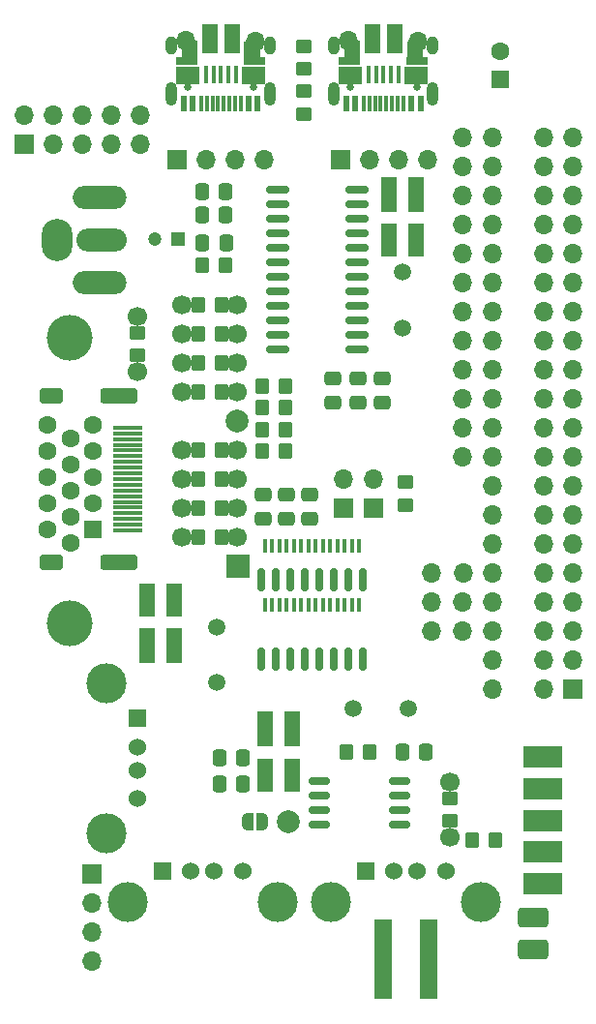
<source format=gts>
G04 #@! TF.GenerationSoftware,KiCad,Pcbnew,6.0.11-2627ca5db0~126~ubuntu20.04.1*
G04 #@! TF.CreationDate,2023-10-28T22:46:29+05:00*
G04 #@! TF.ProjectId,33EJU23,3333454a-5532-4332-9e6b-696361645f70,rev?*
G04 #@! TF.SameCoordinates,Original*
G04 #@! TF.FileFunction,Soldermask,Top*
G04 #@! TF.FilePolarity,Negative*
%FSLAX46Y46*%
G04 Gerber Fmt 4.6, Leading zero omitted, Abs format (unit mm)*
G04 Created by KiCad (PCBNEW 6.0.11-2627ca5db0~126~ubuntu20.04.1) date 2023-10-28 22:46:29*
%MOMM*%
%LPD*%
G01*
G04 APERTURE LIST*
G04 Aperture macros list*
%AMRoundRect*
0 Rectangle with rounded corners*
0 $1 Rounding radius*
0 $2 $3 $4 $5 $6 $7 $8 $9 X,Y pos of 4 corners*
0 Add a 4 corners polygon primitive as box body*
4,1,4,$2,$3,$4,$5,$6,$7,$8,$9,$2,$3,0*
0 Add four circle primitives for the rounded corners*
1,1,$1+$1,$2,$3*
1,1,$1+$1,$4,$5*
1,1,$1+$1,$6,$7*
1,1,$1+$1,$8,$9*
0 Add four rect primitives between the rounded corners*
20,1,$1+$1,$2,$3,$4,$5,0*
20,1,$1+$1,$4,$5,$6,$7,0*
20,1,$1+$1,$6,$7,$8,$9,0*
20,1,$1+$1,$8,$9,$2,$3,0*%
%AMOutline4P*
0 Free polygon, 4 corners , with rotation*
0 The origin of the aperture is its center*
0 number of corners: always 4*
0 $1 to $8 corner X, Y*
0 $9 Rotation angle, in degrees counterclockwise*
0 create outline with 4 corners*
4,1,4,$1,$2,$3,$4,$5,$6,$7,$8,$1,$2,$9*%
%AMFreePoly0*
4,1,22,0.500000,-0.750000,0.000000,-0.750000,0.000000,-0.745033,-0.079941,-0.743568,-0.215256,-0.701293,-0.333266,-0.622738,-0.424486,-0.514219,-0.481581,-0.384460,-0.499164,-0.250000,-0.500000,-0.250000,-0.500000,0.250000,-0.499164,0.250000,-0.499963,0.256109,-0.478152,0.396186,-0.417904,0.524511,-0.324060,0.630769,-0.204165,0.706417,-0.067858,0.745374,0.000000,0.744959,0.000000,0.750000,
0.500000,0.750000,0.500000,-0.750000,0.500000,-0.750000,$1*%
%AMFreePoly1*
4,1,20,0.000000,0.744959,0.073905,0.744508,0.209726,0.703889,0.328688,0.626782,0.421226,0.519385,0.479903,0.390333,0.500000,0.250000,0.500000,-0.250000,0.499851,-0.262216,0.476331,-0.402017,0.414519,-0.529596,0.319384,-0.634700,0.198574,-0.708877,0.061801,-0.746166,0.000000,-0.745033,0.000000,-0.750000,-0.500000,-0.750000,-0.500000,0.750000,0.000000,0.750000,0.000000,0.744959,
0.000000,0.744959,$1*%
G04 Aperture macros list end*
%ADD10RoundRect,0.250000X0.350000X0.450000X-0.350000X0.450000X-0.350000X-0.450000X0.350000X-0.450000X0*%
%ADD11RoundRect,0.250000X-0.350000X-0.450000X0.350000X-0.450000X0.350000X0.450000X-0.350000X0.450000X0*%
%ADD12C,1.500000*%
%ADD13C,1.700000*%
%ADD14C,2.000000*%
%ADD15RoundRect,0.250000X-0.475000X0.337500X-0.475000X-0.337500X0.475000X-0.337500X0.475000X0.337500X0*%
%ADD16O,1.700000X1.700000*%
%ADD17RoundRect,0.150000X0.837500X0.150000X-0.837500X0.150000X-0.837500X-0.150000X0.837500X-0.150000X0*%
%ADD18C,0.650000*%
%ADD19R,0.600000X1.450000*%
%ADD20R,0.400000X1.650000*%
%ADD21R,0.300000X1.450000*%
%ADD22O,1.000000X1.600000*%
%ADD23R,0.380714X1.829960*%
%ADD24R,1.430000X2.500000*%
%ADD25R,1.825000X0.700000*%
%ADD26O,1.100000X1.500000*%
%ADD27R,0.382484X1.821706*%
%ADD28O,1.000000X2.100000*%
%ADD29R,2.000000X1.500000*%
%ADD30Outline4P,-0.675000X-0.675000X0.675000X-0.675000X0.675000X0.675000X-0.675000X0.675000X0.000000*%
%ADD31FreePoly0,180.000000*%
%ADD32FreePoly1,180.000000*%
%ADD33R,1.700000X1.700000*%
%ADD34RoundRect,0.250000X0.450000X-0.350000X0.450000X0.350000X-0.450000X0.350000X-0.450000X-0.350000X0*%
%ADD35R,2.600000X0.300000*%
%ADD36RoundRect,0.350000X-1.300000X0.350000X-1.300000X-0.350000X1.300000X-0.350000X1.300000X0.350000X0*%
%ADD37RoundRect,0.350000X-0.700000X0.350000X-0.700000X-0.350000X0.700000X-0.350000X0.700000X0.350000X0*%
%ADD38RoundRect,0.250000X-0.450000X0.350000X-0.450000X-0.350000X0.450000X-0.350000X0.450000X0.350000X0*%
%ADD39R,1.524000X1.524000*%
%ADD40C,1.524000*%
%ADD41C,3.500000*%
%ADD42R,2.000000X2.000000*%
%ADD43R,1.392000X3.048000*%
%ADD44R,1.392000X2.921000*%
%ADD45R,1.200000X1.200000*%
%ADD46C,1.200000*%
%ADD47RoundRect,0.250000X-0.337500X-0.475000X0.337500X-0.475000X0.337500X0.475000X-0.337500X0.475000X0*%
%ADD48RoundRect,0.250000X0.475000X-0.337500X0.475000X0.337500X-0.475000X0.337500X-0.475000X-0.337500X0*%
%ADD49RoundRect,0.150000X0.150000X-0.837500X0.150000X0.837500X-0.150000X0.837500X-0.150000X-0.837500X0*%
%ADD50R,1.600000X1.600000*%
%ADD51C,1.600000*%
%ADD52O,4.700000X2.000000*%
%ADD53O,4.400000X2.000000*%
%ADD54O,2.700000X3.700000*%
%ADD55RoundRect,0.150000X0.800000X0.150000X-0.800000X0.150000X-0.800000X-0.150000X0.800000X-0.150000X0*%
%ADD56RoundRect,0.250000X0.337500X0.475000X-0.337500X0.475000X-0.337500X-0.475000X0.337500X-0.475000X0*%
%ADD57R,3.480000X1.846667*%
%ADD58C,4.000000*%
%ADD59RoundRect,0.323962X-1.026038X0.534538X-1.026038X-0.534538X1.026038X-0.534538X1.026038X0.534538X0*%
%ADD60R,0.400000X1.200000*%
%ADD61R,1.600000X7.000000*%
G04 APERTURE END LIST*
D10*
X54213000Y-59817000D03*
X52213000Y-59817000D03*
D11*
X59579000Y-91821000D03*
X61579000Y-91821000D03*
D12*
X64516000Y-54737000D03*
X64516000Y-49857000D03*
D10*
X54213000Y-63627000D03*
X52213000Y-63627000D03*
D11*
X46625000Y-67945000D03*
D13*
X45212000Y-67945000D03*
D11*
X48625000Y-67945000D03*
D13*
X50038000Y-67945000D03*
D14*
X50046413Y-62888717D03*
D13*
X45212000Y-70485000D03*
D11*
X46625000Y-70485000D03*
X48625000Y-70485000D03*
D13*
X50038000Y-70485000D03*
D15*
X52324000Y-69320500D03*
X52324000Y-71395500D03*
D16*
X69723000Y-81280000D03*
X69723000Y-78740000D03*
D13*
X45212000Y-55245000D03*
D11*
X46625000Y-55245000D03*
X48625000Y-55245000D03*
D13*
X50038000Y-55245000D03*
D16*
X67056000Y-81280000D03*
X67056000Y-78740000D03*
X67056000Y-76200000D03*
X69806000Y-76200000D03*
D10*
X54213000Y-61722000D03*
X52213000Y-61722000D03*
D16*
X72390000Y-86360000D03*
X72390000Y-83820000D03*
X72390000Y-81280000D03*
X72390000Y-78740000D03*
X72390000Y-76200000D03*
X72390000Y-73660000D03*
X72390000Y-71120000D03*
X72390000Y-68580000D03*
X72390000Y-66040000D03*
X72390000Y-63500000D03*
X72390000Y-60960000D03*
X72390000Y-58420000D03*
X72390000Y-55880000D03*
X72390000Y-53340000D03*
X72390000Y-50800000D03*
X72390000Y-48260000D03*
X72390000Y-45720000D03*
X72390000Y-43180000D03*
X72390000Y-40640000D03*
X72390000Y-38100000D03*
D17*
X60485500Y-56642000D03*
X60485500Y-55372000D03*
X60485500Y-54102000D03*
X60485500Y-52832000D03*
X60485500Y-51562000D03*
X60485500Y-50292000D03*
X60485500Y-49022000D03*
X60485500Y-47752000D03*
X60485500Y-46482000D03*
X60485500Y-45212000D03*
X60485500Y-43942000D03*
X60485500Y-42672000D03*
X53560500Y-42672000D03*
X53560500Y-43942000D03*
X53560500Y-45212000D03*
X53560500Y-46482000D03*
X53560500Y-47752000D03*
X53560500Y-49022000D03*
X53560500Y-50292000D03*
X53560500Y-51562000D03*
X53560500Y-52832000D03*
X53560500Y-54102000D03*
X53560500Y-55372000D03*
X53560500Y-56642000D03*
D18*
X45720635Y-33684506D03*
X51500635Y-33684506D03*
D19*
X51835635Y-35129506D03*
D20*
X49908980Y-32537012D03*
D19*
X51060635Y-35129506D03*
D21*
X50360635Y-35129506D03*
X49860635Y-35129506D03*
D20*
X49258980Y-32537012D03*
D21*
X49360635Y-35129506D03*
X48860635Y-35129506D03*
D20*
X48608980Y-32537012D03*
D21*
X48360635Y-35129506D03*
X47860635Y-35129506D03*
X47360635Y-35129506D03*
X46860635Y-35129506D03*
D19*
X46160635Y-35129506D03*
X45385635Y-35129506D03*
D20*
X47308980Y-32537012D03*
D22*
X52930635Y-30034506D03*
D23*
X50823219Y-30571992D03*
D16*
X51631980Y-29657012D03*
D24*
X49568980Y-29387012D03*
D25*
X45608980Y-31337012D03*
D26*
X51028980Y-32657012D03*
D27*
X46350311Y-30543394D03*
D28*
X52930635Y-34214506D03*
D24*
X47648980Y-29387012D03*
D29*
X45708980Y-32657012D03*
D25*
X51558980Y-31337012D03*
D29*
X51458980Y-32637012D03*
D30*
X45858980Y-30899012D03*
D22*
X44290635Y-30034506D03*
D26*
X46188980Y-32657012D03*
D30*
X51338980Y-30899012D03*
D16*
X45535980Y-29629012D03*
D28*
X44290635Y-34214506D03*
D20*
X47958980Y-32537012D03*
D31*
X52212000Y-97917000D03*
D32*
X50912000Y-97917000D03*
D33*
X37284483Y-102508257D03*
D16*
X37284483Y-105048257D03*
X37284483Y-107588257D03*
X37284483Y-110128257D03*
D33*
X61976000Y-70485000D03*
D16*
X61976000Y-67945000D03*
D34*
X55870000Y-32084506D03*
X55870000Y-30084506D03*
D33*
X79375000Y-86355000D03*
D16*
X76835000Y-86355000D03*
X79375000Y-83815000D03*
X76835000Y-83815000D03*
X79375000Y-81275000D03*
X76835000Y-81275000D03*
X79375000Y-78735000D03*
X76835000Y-78735000D03*
X79375000Y-76195000D03*
X76835000Y-76195000D03*
X79375000Y-73655000D03*
X76835000Y-73655000D03*
X79375000Y-71115000D03*
X76835000Y-71115000D03*
X79375000Y-68575000D03*
X76835000Y-68575000D03*
X79375000Y-66035000D03*
X76835000Y-66035000D03*
X79375000Y-63495000D03*
X76835000Y-63495000D03*
X79375000Y-60955000D03*
X76835000Y-60955000D03*
X79375000Y-58415000D03*
X76835000Y-58415000D03*
X79375000Y-55875000D03*
X76835000Y-55875000D03*
X79375000Y-53335000D03*
X76835000Y-53335000D03*
X79375000Y-50795000D03*
X76835000Y-50795000D03*
X79375000Y-48255000D03*
X76835000Y-48255000D03*
X79375000Y-45715000D03*
X76835000Y-45715000D03*
X79375000Y-43175000D03*
X76835000Y-43175000D03*
X79375000Y-40635000D03*
X76835000Y-40635000D03*
X79375000Y-38095000D03*
X76835000Y-38095000D03*
D35*
X40455000Y-72445000D03*
X40455000Y-71945000D03*
X40455000Y-71445000D03*
X40455000Y-70945000D03*
X40455000Y-70445000D03*
X40455000Y-69945000D03*
X40455000Y-69445000D03*
X40455000Y-68945000D03*
X40455000Y-68445000D03*
X40455000Y-67945000D03*
X40455000Y-67445000D03*
X40455000Y-66945000D03*
X40455000Y-66445000D03*
X40455000Y-65945000D03*
X40455000Y-65445000D03*
X40455000Y-64945000D03*
X40455000Y-64445000D03*
X40455000Y-63945000D03*
X40455000Y-63445000D03*
D36*
X39695000Y-60695000D03*
D37*
X33735000Y-60695000D03*
X33735000Y-75195000D03*
D36*
X39695000Y-75195000D03*
D10*
X49006000Y-49276000D03*
X47006000Y-49276000D03*
D38*
X68664381Y-95867757D03*
D13*
X68664381Y-94454757D03*
D38*
X68664381Y-97867757D03*
D13*
X68664381Y-99280757D03*
D39*
X41275000Y-88900000D03*
D40*
X41275000Y-91400000D03*
X41275000Y-93400000D03*
X41275000Y-95900000D03*
D41*
X38565000Y-98970000D03*
X38565000Y-85830000D03*
D42*
X50066639Y-75569345D03*
D13*
X45212000Y-52705000D03*
D11*
X46625000Y-52705000D03*
D13*
X50038000Y-52705000D03*
D11*
X48625000Y-52705000D03*
X70628000Y-99568000D03*
X72628000Y-99568000D03*
D39*
X61270000Y-102222500D03*
D40*
X63770000Y-102222500D03*
X65770000Y-102222500D03*
X68270000Y-102222500D03*
D41*
X71340000Y-104932500D03*
X58200000Y-104932500D03*
D43*
X44511000Y-82550000D03*
D44*
X44511000Y-78549500D03*
X42103000Y-78549500D03*
D43*
X42103000Y-82550000D03*
D18*
X65729600Y-33682000D03*
X59949600Y-33682000D03*
D19*
X66064600Y-35127000D03*
X65289600Y-35127000D03*
D20*
X64137945Y-32534506D03*
D21*
X64589600Y-35127000D03*
X64089600Y-35127000D03*
D20*
X63487945Y-32534506D03*
D21*
X63589600Y-35127000D03*
D20*
X62837945Y-32534506D03*
D21*
X63089600Y-35127000D03*
X62589600Y-35127000D03*
X62089600Y-35127000D03*
X61589600Y-35127000D03*
X61089600Y-35127000D03*
D19*
X60389600Y-35127000D03*
D20*
X61537945Y-32534506D03*
D19*
X59614600Y-35127000D03*
D25*
X65787945Y-31334506D03*
D29*
X59937945Y-32654506D03*
D23*
X65052184Y-30569486D03*
D22*
X67159600Y-30032000D03*
D27*
X60579276Y-30540888D03*
D24*
X61877945Y-29384506D03*
D29*
X65687945Y-32634506D03*
D16*
X65860945Y-29654506D03*
D30*
X60087945Y-30896506D03*
D25*
X59837945Y-31334506D03*
D26*
X65257945Y-32654506D03*
D30*
X65567945Y-30896506D03*
D22*
X58519600Y-30032000D03*
D16*
X59764945Y-29626506D03*
D28*
X58519600Y-34212000D03*
X67159600Y-34212000D03*
D26*
X60417945Y-32654506D03*
D24*
X63797945Y-29384506D03*
D20*
X62187945Y-32534506D03*
D45*
X44838400Y-46990000D03*
D46*
X42838400Y-46990000D03*
D33*
X31369000Y-38684200D03*
D16*
X31369000Y-36144200D03*
X33909000Y-38684200D03*
X33909000Y-36144200D03*
X36449000Y-38684200D03*
X36449000Y-36144200D03*
X38989000Y-38684200D03*
X38989000Y-36144200D03*
X41529000Y-38684200D03*
X41529000Y-36144200D03*
D33*
X59309000Y-70485000D03*
D16*
X59309000Y-67945000D03*
D47*
X48492500Y-94615000D03*
X50567500Y-94615000D03*
D48*
X60579000Y-61235500D03*
X60579000Y-59160500D03*
D47*
X64494500Y-91821000D03*
X66569500Y-91821000D03*
D49*
X52133500Y-83666500D03*
X53403500Y-83666500D03*
X54673500Y-83666500D03*
X55943500Y-83666500D03*
X57213500Y-83666500D03*
X58483500Y-83666500D03*
X59753500Y-83666500D03*
X61023500Y-83666500D03*
X61023500Y-76741500D03*
X59753500Y-76741500D03*
X58483500Y-76741500D03*
X57213500Y-76741500D03*
X55943500Y-76741500D03*
X54673500Y-76741500D03*
X53403500Y-76741500D03*
X52133500Y-76741500D03*
D12*
X65024000Y-88011000D03*
X60144000Y-88011000D03*
D34*
X41275000Y-57150000D03*
D13*
X41275000Y-58563000D03*
D34*
X41275000Y-55150000D03*
D13*
X41275000Y-53737000D03*
D12*
X48260000Y-85762000D03*
X48260000Y-80882000D03*
D48*
X62738000Y-61235500D03*
X62738000Y-59160500D03*
D50*
X73025000Y-33020000D03*
D51*
X73025000Y-30520000D03*
D52*
X37955019Y-50786245D03*
D53*
X38155019Y-47036245D03*
D52*
X37955019Y-43286245D03*
D54*
X34255019Y-47036245D03*
D55*
X64206000Y-98171000D03*
X64206000Y-96901000D03*
X64206000Y-95631000D03*
X64206000Y-94361000D03*
X57206000Y-94361000D03*
X57206000Y-95631000D03*
X57206000Y-96901000D03*
X57206000Y-98171000D03*
D56*
X49067518Y-47300335D03*
X46992518Y-47300335D03*
D33*
X44810635Y-40005000D03*
D16*
X47350635Y-40005000D03*
X49890635Y-40005000D03*
X52430635Y-40005000D03*
D14*
X54483000Y-97917000D03*
D47*
X48492500Y-92329000D03*
X50567500Y-92329000D03*
D34*
X64770000Y-70215000D03*
X64770000Y-68215000D03*
D57*
X76806700Y-103355400D03*
X76806700Y-100585400D03*
X76806700Y-97815400D03*
X76806700Y-95045400D03*
X76806700Y-92275400D03*
D13*
X45212000Y-60325000D03*
D11*
X46625000Y-60325000D03*
D13*
X50038000Y-60325000D03*
D11*
X48625000Y-60325000D03*
D33*
X59065000Y-40005000D03*
D16*
X61605000Y-40005000D03*
X64145000Y-40005000D03*
X66685000Y-40005000D03*
D58*
X35350331Y-80575000D03*
X35350331Y-55575000D03*
D50*
X37400331Y-72390000D03*
D51*
X37400331Y-70100000D03*
X37400331Y-67810000D03*
X37400331Y-65520000D03*
X37400331Y-63230000D03*
X35420331Y-73535000D03*
X35420331Y-71245000D03*
X35420331Y-68955000D03*
X35420331Y-66665000D03*
X35420331Y-64375000D03*
X33440331Y-72390000D03*
X33440331Y-70100000D03*
X33440331Y-67810000D03*
X33440331Y-65520000D03*
X33440331Y-63230000D03*
D39*
X43490000Y-102222500D03*
D40*
X45990000Y-102222500D03*
X47990000Y-102222500D03*
X50490000Y-102222500D03*
D41*
X40420000Y-104932500D03*
X53560000Y-104932500D03*
D15*
X56388000Y-69320500D03*
X56388000Y-71395500D03*
D10*
X54229000Y-65532000D03*
X52229000Y-65532000D03*
D56*
X49027292Y-42837092D03*
X46952292Y-42837092D03*
D48*
X58420000Y-61235500D03*
X58420000Y-59160500D03*
D16*
X69723000Y-66040000D03*
X69723000Y-63500000D03*
X69723000Y-60960000D03*
X69723000Y-58420000D03*
X69723000Y-55880000D03*
X69723000Y-53340000D03*
X69723000Y-50800000D03*
X69723000Y-48260000D03*
X69723000Y-45720000D03*
X69723000Y-43180000D03*
X69723000Y-40640000D03*
X69723000Y-38100000D03*
D56*
X49043500Y-44831000D03*
X46968500Y-44831000D03*
D43*
X63312000Y-43053000D03*
D44*
X63312000Y-47053500D03*
X65720000Y-47053500D03*
D43*
X65720000Y-43053000D03*
D15*
X54356000Y-69320500D03*
X54356000Y-71395500D03*
D38*
X55880000Y-34000000D03*
X55880000Y-36000000D03*
D13*
X45212000Y-57785000D03*
D11*
X46625000Y-57785000D03*
D13*
X50038000Y-57785000D03*
D11*
X48625000Y-57785000D03*
D13*
X45212000Y-65405000D03*
D11*
X46625000Y-65405000D03*
D13*
X50038000Y-65405000D03*
D11*
X48625000Y-65405000D03*
D59*
X75946000Y-106329500D03*
X75946000Y-109062500D03*
D60*
X52451000Y-78994000D03*
X53086000Y-78994000D03*
X53721000Y-78994000D03*
X54356000Y-78994000D03*
X54991000Y-78994000D03*
X55626000Y-78994000D03*
X56261000Y-78994000D03*
X56896000Y-78994000D03*
X57531000Y-78994000D03*
X58166000Y-78994000D03*
X58801000Y-78994000D03*
X59436000Y-78994000D03*
X60071000Y-78994000D03*
X60706000Y-78994000D03*
X60706000Y-73794000D03*
X60071000Y-73794000D03*
X59436000Y-73794000D03*
X58801000Y-73794000D03*
X58166000Y-73794000D03*
X57531000Y-73794000D03*
X56896000Y-73794000D03*
X56261000Y-73794000D03*
X55626000Y-73794000D03*
X54991000Y-73794000D03*
X54356000Y-73794000D03*
X53721000Y-73794000D03*
X53086000Y-73794000D03*
X52451000Y-73794000D03*
D13*
X45212000Y-73025000D03*
D11*
X46625000Y-73025000D03*
D13*
X50038000Y-73025000D03*
D11*
X48625000Y-73025000D03*
D43*
X52451000Y-89822667D03*
D44*
X52451000Y-93823167D03*
X54859000Y-93823167D03*
D43*
X54859000Y-89822667D03*
D61*
X66764318Y-109982000D03*
X62764318Y-109982000D03*
M02*

</source>
